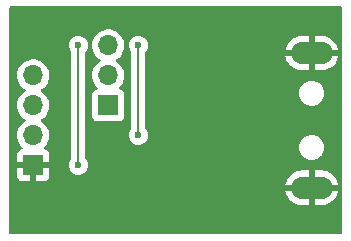
<source format=gbr>
%TF.GenerationSoftware,KiCad,Pcbnew,(6.0.0-0)*%
%TF.CreationDate,2021-12-29T11:26:30+08:00*%
%TF.ProjectId,HT42B534USB2UART,48543432-4235-4333-9455-534232554152,rev?*%
%TF.SameCoordinates,Original*%
%TF.FileFunction,Copper,L2,Bot*%
%TF.FilePolarity,Positive*%
%FSLAX46Y46*%
G04 Gerber Fmt 4.6, Leading zero omitted, Abs format (unit mm)*
G04 Created by KiCad (PCBNEW (6.0.0-0)) date 2021-12-29 11:26:30*
%MOMM*%
%LPD*%
G01*
G04 APERTURE LIST*
%TA.AperFunction,ComponentPad*%
%ADD10O,3.500000X1.900000*%
%TD*%
%TA.AperFunction,ComponentPad*%
%ADD11R,1.700000X1.700000*%
%TD*%
%TA.AperFunction,ComponentPad*%
%ADD12O,1.700000X1.700000*%
%TD*%
%TA.AperFunction,ViaPad*%
%ADD13C,0.600000*%
%TD*%
%TA.AperFunction,Conductor*%
%ADD14C,0.152400*%
%TD*%
G04 APERTURE END LIST*
D10*
%TO.P,J1,5*%
%TO.N,GND*%
X94700000Y-84470000D03*
X94700000Y-95870000D03*
%TD*%
D11*
%TO.P,J2,1*%
%TO.N,GND*%
X71120000Y-93980000D03*
D12*
%TO.P,J2,2*%
%TO.N,/RX*%
X71120000Y-91440000D03*
%TO.P,J2,3*%
%TO.N,/TX*%
X71120000Y-88900000D03*
%TO.P,J2,4*%
%TO.N,VDDA*%
X71120000Y-86360000D03*
%TD*%
D11*
%TO.P,J3,1*%
%TO.N,VDD*%
X77470000Y-88900000D03*
D12*
%TO.P,J3,2*%
%TO.N,VDDA*%
X77470000Y-86360000D03*
%TO.P,J3,3*%
%TO.N,/V33O*%
X77470000Y-83820000D03*
%TD*%
D13*
%TO.N,GND*%
X85090000Y-90170000D03*
X76200000Y-91440000D03*
%TO.N,VDDA*%
X74930000Y-93980000D03*
X74930000Y-83820000D03*
%TO.N,/V33O*%
X80010000Y-91440000D03*
X80010000Y-83820000D03*
%TD*%
D14*
%TO.N,VDDA*%
X74930000Y-93980000D02*
X74930000Y-83820000D01*
%TO.N,/V33O*%
X80010000Y-83820000D02*
X80010000Y-91440000D01*
%TD*%
%TA.AperFunction,Conductor*%
%TO.N,GND*%
G36*
X97224121Y-80538002D02*
G01*
X97270614Y-80591658D01*
X97282000Y-80644000D01*
X97282000Y-99696000D01*
X97261998Y-99764121D01*
X97208342Y-99810614D01*
X97156000Y-99822000D01*
X69214000Y-99822000D01*
X69145879Y-99801998D01*
X69099386Y-99748342D01*
X69088000Y-99696000D01*
X69088000Y-96142194D01*
X92466602Y-96142194D01*
X92476050Y-96203933D01*
X92478439Y-96213961D01*
X92549710Y-96432016D01*
X92553707Y-96441525D01*
X92659633Y-96645007D01*
X92665127Y-96653732D01*
X92802869Y-96837187D01*
X92809712Y-96844894D01*
X92975569Y-97003391D01*
X92983575Y-97009874D01*
X93173094Y-97139155D01*
X93182053Y-97144244D01*
X93390145Y-97240837D01*
X93399813Y-97244394D01*
X93620879Y-97305701D01*
X93630999Y-97307632D01*
X93818252Y-97327644D01*
X93824944Y-97328000D01*
X94427885Y-97328000D01*
X94443124Y-97323525D01*
X94444329Y-97322135D01*
X94446000Y-97314452D01*
X94446000Y-97309885D01*
X94954000Y-97309885D01*
X94958475Y-97325124D01*
X94959865Y-97326329D01*
X94967548Y-97328000D01*
X95558190Y-97328000D01*
X95563363Y-97327788D01*
X95733794Y-97313776D01*
X95743956Y-97312093D01*
X95966461Y-97256204D01*
X95976216Y-97252883D01*
X96186590Y-97161409D01*
X96195688Y-97156531D01*
X96388301Y-97031925D01*
X96396461Y-97025641D01*
X96566149Y-96871237D01*
X96573170Y-96863707D01*
X96715356Y-96683668D01*
X96721061Y-96675081D01*
X96831926Y-96474250D01*
X96836156Y-96464838D01*
X96912736Y-96248584D01*
X96915365Y-96238634D01*
X96932607Y-96141836D01*
X96931148Y-96128540D01*
X96916592Y-96124000D01*
X94972115Y-96124000D01*
X94956876Y-96128475D01*
X94955671Y-96129865D01*
X94954000Y-96137548D01*
X94954000Y-97309885D01*
X94446000Y-97309885D01*
X94446000Y-96142115D01*
X94441525Y-96126876D01*
X94440135Y-96125671D01*
X94432452Y-96124000D01*
X92481933Y-96124000D01*
X92468589Y-96127918D01*
X92466602Y-96142194D01*
X69088000Y-96142194D01*
X69088000Y-95598164D01*
X92467393Y-95598164D01*
X92468852Y-95611460D01*
X92483408Y-95616000D01*
X94427885Y-95616000D01*
X94443124Y-95611525D01*
X94444329Y-95610135D01*
X94446000Y-95602452D01*
X94446000Y-95597885D01*
X94954000Y-95597885D01*
X94958475Y-95613124D01*
X94959865Y-95614329D01*
X94967548Y-95616000D01*
X96918067Y-95616000D01*
X96931411Y-95612082D01*
X96933398Y-95597806D01*
X96923950Y-95536067D01*
X96921561Y-95526039D01*
X96850290Y-95307984D01*
X96846293Y-95298475D01*
X96740367Y-95094993D01*
X96734873Y-95086268D01*
X96597131Y-94902813D01*
X96590288Y-94895106D01*
X96424431Y-94736609D01*
X96416425Y-94730126D01*
X96226906Y-94600845D01*
X96217947Y-94595756D01*
X96009855Y-94499163D01*
X96000187Y-94495606D01*
X95779121Y-94434299D01*
X95769001Y-94432368D01*
X95581748Y-94412356D01*
X95575056Y-94412000D01*
X94972115Y-94412000D01*
X94956876Y-94416475D01*
X94955671Y-94417865D01*
X94954000Y-94425548D01*
X94954000Y-95597885D01*
X94446000Y-95597885D01*
X94446000Y-94430115D01*
X94441525Y-94414876D01*
X94440135Y-94413671D01*
X94432452Y-94412000D01*
X93841810Y-94412000D01*
X93836637Y-94412212D01*
X93666206Y-94426224D01*
X93656044Y-94427907D01*
X93433539Y-94483796D01*
X93423784Y-94487117D01*
X93213410Y-94578591D01*
X93204312Y-94583469D01*
X93011699Y-94708075D01*
X93003539Y-94714359D01*
X92833851Y-94868763D01*
X92826830Y-94876293D01*
X92684644Y-95056332D01*
X92678939Y-95064919D01*
X92568074Y-95265750D01*
X92563844Y-95275162D01*
X92487264Y-95491416D01*
X92484635Y-95501366D01*
X92467393Y-95598164D01*
X69088000Y-95598164D01*
X69088000Y-94874669D01*
X69762001Y-94874669D01*
X69762371Y-94881490D01*
X69767895Y-94932352D01*
X69771521Y-94947604D01*
X69816676Y-95068054D01*
X69825214Y-95083649D01*
X69901715Y-95185724D01*
X69914276Y-95198285D01*
X70016351Y-95274786D01*
X70031946Y-95283324D01*
X70152394Y-95328478D01*
X70167649Y-95332105D01*
X70218514Y-95337631D01*
X70225328Y-95338000D01*
X70847885Y-95338000D01*
X70863124Y-95333525D01*
X70864329Y-95332135D01*
X70866000Y-95324452D01*
X70866000Y-95319884D01*
X71374000Y-95319884D01*
X71378475Y-95335123D01*
X71379865Y-95336328D01*
X71387548Y-95337999D01*
X72014669Y-95337999D01*
X72021490Y-95337629D01*
X72072352Y-95332105D01*
X72087604Y-95328479D01*
X72208054Y-95283324D01*
X72223649Y-95274786D01*
X72325724Y-95198285D01*
X72338285Y-95185724D01*
X72414786Y-95083649D01*
X72423324Y-95068054D01*
X72468478Y-94947606D01*
X72472105Y-94932351D01*
X72477631Y-94881486D01*
X72478000Y-94874672D01*
X72478000Y-94252115D01*
X72473525Y-94236876D01*
X72472135Y-94235671D01*
X72464452Y-94234000D01*
X71392115Y-94234000D01*
X71376876Y-94238475D01*
X71375671Y-94239865D01*
X71374000Y-94247548D01*
X71374000Y-95319884D01*
X70866000Y-95319884D01*
X70866000Y-94252115D01*
X70861525Y-94236876D01*
X70860135Y-94235671D01*
X70852452Y-94234000D01*
X69780116Y-94234000D01*
X69764877Y-94238475D01*
X69763672Y-94239865D01*
X69762001Y-94247548D01*
X69762001Y-94874669D01*
X69088000Y-94874669D01*
X69088000Y-93968640D01*
X74116463Y-93968640D01*
X74134163Y-94149160D01*
X74191418Y-94321273D01*
X74195065Y-94327295D01*
X74195066Y-94327297D01*
X74257335Y-94430115D01*
X74285380Y-94476424D01*
X74411382Y-94606902D01*
X74563159Y-94706222D01*
X74569763Y-94708678D01*
X74569765Y-94708679D01*
X74726558Y-94766990D01*
X74726560Y-94766990D01*
X74733168Y-94769448D01*
X74816995Y-94780633D01*
X74905980Y-94792507D01*
X74905984Y-94792507D01*
X74912961Y-94793438D01*
X74919972Y-94792800D01*
X74919976Y-94792800D01*
X75062459Y-94779832D01*
X75093600Y-94776998D01*
X75100302Y-94774820D01*
X75100304Y-94774820D01*
X75259409Y-94723124D01*
X75259412Y-94723123D01*
X75266108Y-94720947D01*
X75421912Y-94628069D01*
X75553266Y-94502982D01*
X75653643Y-94351902D01*
X75697338Y-94236876D01*
X75715555Y-94188920D01*
X75715556Y-94188918D01*
X75718055Y-94182338D01*
X75719035Y-94175366D01*
X75742748Y-94006639D01*
X75742748Y-94006636D01*
X75743299Y-94002717D01*
X75743616Y-93980000D01*
X75723397Y-93799745D01*
X75721080Y-93793091D01*
X75666064Y-93635106D01*
X75666062Y-93635103D01*
X75663745Y-93628448D01*
X75567626Y-93474624D01*
X75551294Y-93458178D01*
X75517487Y-93395749D01*
X75514700Y-93369394D01*
X75514700Y-92462575D01*
X93636404Y-92462575D01*
X93655218Y-92669303D01*
X93656956Y-92675209D01*
X93656957Y-92675213D01*
X93678683Y-92749030D01*
X93713827Y-92868440D01*
X93809999Y-93052400D01*
X93940071Y-93214177D01*
X93944788Y-93218135D01*
X93944790Y-93218137D01*
X94048681Y-93305312D01*
X94099089Y-93347609D01*
X94104481Y-93350573D01*
X94104485Y-93350576D01*
X94275598Y-93444646D01*
X94280995Y-93447613D01*
X94478861Y-93510379D01*
X94484978Y-93511065D01*
X94484982Y-93511066D01*
X94561598Y-93519659D01*
X94640413Y-93528500D01*
X94752237Y-93528500D01*
X94755293Y-93528200D01*
X94755300Y-93528200D01*
X94900466Y-93513966D01*
X94900469Y-93513965D01*
X94906592Y-93513365D01*
X95044619Y-93471693D01*
X95099407Y-93455152D01*
X95099410Y-93455151D01*
X95105315Y-93453368D01*
X95112635Y-93449476D01*
X95283153Y-93358809D01*
X95283155Y-93358808D01*
X95288599Y-93355913D01*
X95348471Y-93307083D01*
X95444689Y-93228610D01*
X95444692Y-93228607D01*
X95449464Y-93224715D01*
X95581783Y-93064770D01*
X95585876Y-93057201D01*
X95677584Y-92887590D01*
X95677586Y-92887585D01*
X95680514Y-92882170D01*
X95741898Y-92683871D01*
X95742808Y-92675213D01*
X95762952Y-92483554D01*
X95762952Y-92483552D01*
X95763596Y-92477425D01*
X95744782Y-92270697D01*
X95742298Y-92262255D01*
X95687912Y-92077469D01*
X95686173Y-92071560D01*
X95590001Y-91887600D01*
X95459929Y-91725823D01*
X95447371Y-91715285D01*
X95328861Y-91615844D01*
X95300911Y-91592391D01*
X95295519Y-91589427D01*
X95295515Y-91589424D01*
X95124402Y-91495354D01*
X95119005Y-91492387D01*
X94921139Y-91429621D01*
X94915022Y-91428935D01*
X94915018Y-91428934D01*
X94838402Y-91420341D01*
X94759587Y-91411500D01*
X94647763Y-91411500D01*
X94644707Y-91411800D01*
X94644700Y-91411800D01*
X94499534Y-91426034D01*
X94499531Y-91426035D01*
X94493408Y-91426635D01*
X94387013Y-91458757D01*
X94300593Y-91484848D01*
X94300590Y-91484849D01*
X94294685Y-91486632D01*
X94289240Y-91489527D01*
X94289238Y-91489528D01*
X94116847Y-91581191D01*
X94116845Y-91581192D01*
X94111401Y-91584087D01*
X94072463Y-91615844D01*
X93955311Y-91711390D01*
X93955308Y-91711393D01*
X93950536Y-91715285D01*
X93946608Y-91720033D01*
X93946607Y-91720034D01*
X93890962Y-91787297D01*
X93818217Y-91875230D01*
X93815288Y-91880647D01*
X93815286Y-91880650D01*
X93722416Y-92052410D01*
X93722414Y-92052415D01*
X93719486Y-92057830D01*
X93658102Y-92256129D01*
X93657458Y-92262254D01*
X93657458Y-92262255D01*
X93641927Y-92410031D01*
X93636404Y-92462575D01*
X75514700Y-92462575D01*
X75514700Y-91428640D01*
X79196463Y-91428640D01*
X79214163Y-91609160D01*
X79271418Y-91781273D01*
X79275065Y-91787295D01*
X79275066Y-91787297D01*
X79332904Y-91882799D01*
X79365380Y-91936424D01*
X79491382Y-92066902D01*
X79507530Y-92077469D01*
X79606262Y-92142077D01*
X79643159Y-92166222D01*
X79649763Y-92168678D01*
X79649765Y-92168679D01*
X79806558Y-92226990D01*
X79806560Y-92226990D01*
X79813168Y-92229448D01*
X79896995Y-92240633D01*
X79985980Y-92252507D01*
X79985984Y-92252507D01*
X79992961Y-92253438D01*
X79999972Y-92252800D01*
X79999976Y-92252800D01*
X80142459Y-92239832D01*
X80173600Y-92236998D01*
X80180302Y-92234820D01*
X80180304Y-92234820D01*
X80339409Y-92183124D01*
X80339412Y-92183123D01*
X80346108Y-92180947D01*
X80501912Y-92088069D01*
X80633266Y-91962982D01*
X80733643Y-91811902D01*
X80798055Y-91642338D01*
X80799829Y-91629715D01*
X80822748Y-91466639D01*
X80822748Y-91466636D01*
X80823299Y-91462717D01*
X80823616Y-91440000D01*
X80803397Y-91259745D01*
X80801080Y-91253091D01*
X80746064Y-91095106D01*
X80746062Y-91095103D01*
X80743745Y-91088448D01*
X80647626Y-90934624D01*
X80631294Y-90918178D01*
X80597487Y-90855749D01*
X80594700Y-90829394D01*
X80594700Y-87862575D01*
X93636404Y-87862575D01*
X93637765Y-87877530D01*
X93653135Y-88046411D01*
X93655218Y-88069303D01*
X93656956Y-88075209D01*
X93656957Y-88075213D01*
X93700277Y-88222401D01*
X93713827Y-88268440D01*
X93809999Y-88452400D01*
X93813859Y-88457200D01*
X93813859Y-88457201D01*
X93823762Y-88469518D01*
X93940071Y-88614177D01*
X93944788Y-88618135D01*
X93944790Y-88618137D01*
X93976292Y-88644570D01*
X94099089Y-88747609D01*
X94104481Y-88750573D01*
X94104485Y-88750576D01*
X94275598Y-88844646D01*
X94280995Y-88847613D01*
X94478861Y-88910379D01*
X94484978Y-88911065D01*
X94484982Y-88911066D01*
X94561598Y-88919659D01*
X94640413Y-88928500D01*
X94752237Y-88928500D01*
X94755293Y-88928200D01*
X94755300Y-88928200D01*
X94900466Y-88913966D01*
X94900469Y-88913965D01*
X94906592Y-88913365D01*
X95078175Y-88861562D01*
X95099407Y-88855152D01*
X95099410Y-88855151D01*
X95105315Y-88853368D01*
X95112635Y-88849476D01*
X95283153Y-88758809D01*
X95283155Y-88758808D01*
X95288599Y-88755913D01*
X95348471Y-88707083D01*
X95444689Y-88628610D01*
X95444692Y-88628607D01*
X95449464Y-88624715D01*
X95581783Y-88464770D01*
X95586550Y-88455954D01*
X95677584Y-88287590D01*
X95677586Y-88287585D01*
X95680514Y-88282170D01*
X95741898Y-88083871D01*
X95743537Y-88068277D01*
X95762952Y-87883554D01*
X95762952Y-87883552D01*
X95763596Y-87877425D01*
X95748056Y-87706669D01*
X95745341Y-87676836D01*
X95745340Y-87676833D01*
X95744782Y-87670697D01*
X95742298Y-87662255D01*
X95687912Y-87477469D01*
X95686173Y-87471560D01*
X95590001Y-87287600D01*
X95459929Y-87125823D01*
X95447371Y-87115285D01*
X95305629Y-86996350D01*
X95300911Y-86992391D01*
X95295519Y-86989427D01*
X95295515Y-86989424D01*
X95124402Y-86895354D01*
X95119005Y-86892387D01*
X94921139Y-86829621D01*
X94915022Y-86828935D01*
X94915018Y-86828934D01*
X94838402Y-86820341D01*
X94759587Y-86811500D01*
X94647763Y-86811500D01*
X94644707Y-86811800D01*
X94644700Y-86811800D01*
X94499534Y-86826034D01*
X94499531Y-86826035D01*
X94493408Y-86826635D01*
X94376898Y-86861811D01*
X94300593Y-86884848D01*
X94300590Y-86884849D01*
X94294685Y-86886632D01*
X94289240Y-86889527D01*
X94289238Y-86889528D01*
X94116847Y-86981191D01*
X94116845Y-86981192D01*
X94111401Y-86984087D01*
X94096365Y-86996350D01*
X93955311Y-87111390D01*
X93955308Y-87111393D01*
X93950536Y-87115285D01*
X93818217Y-87275230D01*
X93815288Y-87280647D01*
X93815286Y-87280650D01*
X93722416Y-87452410D01*
X93722414Y-87452415D01*
X93719486Y-87457830D01*
X93658102Y-87656129D01*
X93657458Y-87662254D01*
X93657458Y-87662255D01*
X93646702Y-87764598D01*
X93636404Y-87862575D01*
X80594700Y-87862575D01*
X80594700Y-84742194D01*
X92466602Y-84742194D01*
X92476050Y-84803933D01*
X92478439Y-84813961D01*
X92549710Y-85032016D01*
X92553707Y-85041525D01*
X92659633Y-85245007D01*
X92665127Y-85253732D01*
X92802869Y-85437187D01*
X92809712Y-85444894D01*
X92975569Y-85603391D01*
X92983575Y-85609874D01*
X93173094Y-85739155D01*
X93182053Y-85744244D01*
X93390145Y-85840837D01*
X93399813Y-85844394D01*
X93620879Y-85905701D01*
X93630999Y-85907632D01*
X93818252Y-85927644D01*
X93824944Y-85928000D01*
X94427885Y-85928000D01*
X94443124Y-85923525D01*
X94444329Y-85922135D01*
X94446000Y-85914452D01*
X94446000Y-85909885D01*
X94954000Y-85909885D01*
X94958475Y-85925124D01*
X94959865Y-85926329D01*
X94967548Y-85928000D01*
X95558190Y-85928000D01*
X95563363Y-85927788D01*
X95733794Y-85913776D01*
X95743956Y-85912093D01*
X95966461Y-85856204D01*
X95976216Y-85852883D01*
X96186590Y-85761409D01*
X96195688Y-85756531D01*
X96388301Y-85631925D01*
X96396461Y-85625641D01*
X96566149Y-85471237D01*
X96573170Y-85463707D01*
X96715356Y-85283668D01*
X96721061Y-85275081D01*
X96831926Y-85074250D01*
X96836156Y-85064838D01*
X96912736Y-84848584D01*
X96915365Y-84838634D01*
X96932607Y-84741836D01*
X96931148Y-84728540D01*
X96916592Y-84724000D01*
X94972115Y-84724000D01*
X94956876Y-84728475D01*
X94955671Y-84729865D01*
X94954000Y-84737548D01*
X94954000Y-85909885D01*
X94446000Y-85909885D01*
X94446000Y-84742115D01*
X94441525Y-84726876D01*
X94440135Y-84725671D01*
X94432452Y-84724000D01*
X92481933Y-84724000D01*
X92468589Y-84727918D01*
X92466602Y-84742194D01*
X80594700Y-84742194D01*
X80594700Y-84433582D01*
X80614702Y-84365461D01*
X80624177Y-84352592D01*
X80628163Y-84347841D01*
X80633266Y-84342982D01*
X80650624Y-84316857D01*
X80717632Y-84216000D01*
X80729482Y-84198164D01*
X92467393Y-84198164D01*
X92468852Y-84211460D01*
X92483408Y-84216000D01*
X94427885Y-84216000D01*
X94443124Y-84211525D01*
X94444329Y-84210135D01*
X94446000Y-84202452D01*
X94446000Y-84197885D01*
X94954000Y-84197885D01*
X94958475Y-84213124D01*
X94959865Y-84214329D01*
X94967548Y-84216000D01*
X96918067Y-84216000D01*
X96931411Y-84212082D01*
X96933398Y-84197806D01*
X96923950Y-84136067D01*
X96921561Y-84126039D01*
X96850290Y-83907984D01*
X96846293Y-83898475D01*
X96740367Y-83694993D01*
X96734873Y-83686268D01*
X96597131Y-83502813D01*
X96590288Y-83495106D01*
X96424431Y-83336609D01*
X96416425Y-83330126D01*
X96226906Y-83200845D01*
X96217947Y-83195756D01*
X96009855Y-83099163D01*
X96000187Y-83095606D01*
X95779121Y-83034299D01*
X95769001Y-83032368D01*
X95581748Y-83012356D01*
X95575056Y-83012000D01*
X94972115Y-83012000D01*
X94956876Y-83016475D01*
X94955671Y-83017865D01*
X94954000Y-83025548D01*
X94954000Y-84197885D01*
X94446000Y-84197885D01*
X94446000Y-83030115D01*
X94441525Y-83014876D01*
X94440135Y-83013671D01*
X94432452Y-83012000D01*
X93841810Y-83012000D01*
X93836637Y-83012212D01*
X93666206Y-83026224D01*
X93656044Y-83027907D01*
X93433539Y-83083796D01*
X93423784Y-83087117D01*
X93213410Y-83178591D01*
X93204312Y-83183469D01*
X93011699Y-83308075D01*
X93003539Y-83314359D01*
X92833851Y-83468763D01*
X92826830Y-83476293D01*
X92684644Y-83656332D01*
X92678939Y-83664919D01*
X92568074Y-83865750D01*
X92563844Y-83875162D01*
X92487264Y-84091416D01*
X92484635Y-84101366D01*
X92467393Y-84198164D01*
X80729482Y-84198164D01*
X80733643Y-84191902D01*
X80798055Y-84022338D01*
X80799829Y-84009715D01*
X80822748Y-83846639D01*
X80822748Y-83846636D01*
X80823299Y-83842717D01*
X80823616Y-83820000D01*
X80803397Y-83639745D01*
X80801080Y-83633091D01*
X80746064Y-83475106D01*
X80746062Y-83475103D01*
X80743745Y-83468448D01*
X80647626Y-83314624D01*
X80633941Y-83300843D01*
X80524778Y-83190915D01*
X80524774Y-83190912D01*
X80519815Y-83185918D01*
X80511420Y-83180590D01*
X80451243Y-83142401D01*
X80366666Y-83088727D01*
X80337463Y-83078328D01*
X80202425Y-83030243D01*
X80202420Y-83030242D01*
X80195790Y-83027881D01*
X80188802Y-83027048D01*
X80188799Y-83027047D01*
X80062609Y-83012000D01*
X80015680Y-83006404D01*
X80008677Y-83007140D01*
X80008676Y-83007140D01*
X79842288Y-83024628D01*
X79842286Y-83024629D01*
X79835288Y-83025364D01*
X79663579Y-83083818D01*
X79601109Y-83122250D01*
X79515095Y-83175166D01*
X79515092Y-83175168D01*
X79509088Y-83178862D01*
X79504053Y-83183793D01*
X79504050Y-83183795D01*
X79384525Y-83300843D01*
X79379493Y-83305771D01*
X79281235Y-83458238D01*
X79278826Y-83464858D01*
X79278824Y-83464861D01*
X79221606Y-83622066D01*
X79219197Y-83628685D01*
X79196463Y-83808640D01*
X79214163Y-83989160D01*
X79271418Y-84161273D01*
X79275065Y-84167295D01*
X79275066Y-84167297D01*
X79304562Y-84216000D01*
X79365380Y-84316424D01*
X79370270Y-84321488D01*
X79370271Y-84321489D01*
X79389938Y-84341855D01*
X79422869Y-84404752D01*
X79425300Y-84429381D01*
X79425300Y-90827948D01*
X79405298Y-90896069D01*
X79387458Y-90917971D01*
X79379493Y-90925771D01*
X79281235Y-91078238D01*
X79278826Y-91084858D01*
X79278824Y-91084861D01*
X79221606Y-91242066D01*
X79219197Y-91248685D01*
X79196463Y-91428640D01*
X75514700Y-91428640D01*
X75514700Y-86326695D01*
X76107251Y-86326695D01*
X76107548Y-86331848D01*
X76107548Y-86331851D01*
X76113011Y-86426590D01*
X76120110Y-86549715D01*
X76121247Y-86554761D01*
X76121248Y-86554767D01*
X76141119Y-86642939D01*
X76169222Y-86767639D01*
X76253266Y-86974616D01*
X76369987Y-87165088D01*
X76516250Y-87333938D01*
X76520230Y-87337242D01*
X76524981Y-87341187D01*
X76564616Y-87400090D01*
X76566113Y-87471071D01*
X76528997Y-87531593D01*
X76488725Y-87556112D01*
X76400095Y-87589338D01*
X76373295Y-87599385D01*
X76256739Y-87686739D01*
X76169385Y-87803295D01*
X76118255Y-87939684D01*
X76111500Y-88001866D01*
X76111500Y-89798134D01*
X76118255Y-89860316D01*
X76169385Y-89996705D01*
X76256739Y-90113261D01*
X76373295Y-90200615D01*
X76509684Y-90251745D01*
X76571866Y-90258500D01*
X78368134Y-90258500D01*
X78430316Y-90251745D01*
X78566705Y-90200615D01*
X78683261Y-90113261D01*
X78770615Y-89996705D01*
X78821745Y-89860316D01*
X78828500Y-89798134D01*
X78828500Y-88001866D01*
X78821745Y-87939684D01*
X78770615Y-87803295D01*
X78683261Y-87686739D01*
X78566705Y-87599385D01*
X78539905Y-87589338D01*
X78448203Y-87554960D01*
X78391439Y-87512318D01*
X78366739Y-87445756D01*
X78381947Y-87376408D01*
X78403493Y-87347727D01*
X78458351Y-87293060D01*
X78508096Y-87243489D01*
X78567594Y-87160689D01*
X78635435Y-87066277D01*
X78638453Y-87062077D01*
X78675072Y-86987985D01*
X78735136Y-86866453D01*
X78735137Y-86866451D01*
X78737430Y-86861811D01*
X78802370Y-86648069D01*
X78831529Y-86426590D01*
X78833156Y-86360000D01*
X78814852Y-86137361D01*
X78760431Y-85920702D01*
X78671354Y-85715840D01*
X78613002Y-85625641D01*
X78552822Y-85532617D01*
X78552820Y-85532614D01*
X78550014Y-85528277D01*
X78399670Y-85363051D01*
X78395619Y-85359852D01*
X78395615Y-85359848D01*
X78228414Y-85227800D01*
X78228410Y-85227798D01*
X78224359Y-85224598D01*
X78183053Y-85201796D01*
X78133084Y-85151364D01*
X78118312Y-85081921D01*
X78143428Y-85015516D01*
X78170780Y-84988909D01*
X78214603Y-84957650D01*
X78349860Y-84861173D01*
X78508096Y-84703489D01*
X78567594Y-84620689D01*
X78635435Y-84526277D01*
X78638453Y-84522077D01*
X78729869Y-84337111D01*
X78735136Y-84326453D01*
X78735137Y-84326451D01*
X78737430Y-84321811D01*
X78802370Y-84108069D01*
X78831529Y-83886590D01*
X78833156Y-83820000D01*
X78814852Y-83597361D01*
X78760431Y-83380702D01*
X78671354Y-83175840D01*
X78614212Y-83087512D01*
X78552822Y-82992617D01*
X78552820Y-82992614D01*
X78550014Y-82988277D01*
X78399670Y-82823051D01*
X78395619Y-82819852D01*
X78395615Y-82819848D01*
X78228414Y-82687800D01*
X78228410Y-82687798D01*
X78224359Y-82684598D01*
X78028789Y-82576638D01*
X78023920Y-82574914D01*
X78023916Y-82574912D01*
X77823087Y-82503795D01*
X77823083Y-82503794D01*
X77818212Y-82502069D01*
X77813119Y-82501162D01*
X77813116Y-82501161D01*
X77603373Y-82463800D01*
X77603367Y-82463799D01*
X77598284Y-82462894D01*
X77524452Y-82461992D01*
X77380081Y-82460228D01*
X77380079Y-82460228D01*
X77374911Y-82460165D01*
X77154091Y-82493955D01*
X76941756Y-82563357D01*
X76743607Y-82666507D01*
X76739474Y-82669610D01*
X76739471Y-82669612D01*
X76715247Y-82687800D01*
X76564965Y-82800635D01*
X76410629Y-82962138D01*
X76407715Y-82966410D01*
X76407714Y-82966411D01*
X76366351Y-83027047D01*
X76284743Y-83146680D01*
X76264210Y-83190915D01*
X76199591Y-83330126D01*
X76190688Y-83349305D01*
X76130989Y-83564570D01*
X76107251Y-83786695D01*
X76107548Y-83791848D01*
X76107548Y-83791851D01*
X76113011Y-83886590D01*
X76120110Y-84009715D01*
X76121247Y-84014761D01*
X76121248Y-84014767D01*
X76124438Y-84028920D01*
X76169222Y-84227639D01*
X76207330Y-84321489D01*
X76241140Y-84404752D01*
X76253266Y-84434616D01*
X76369987Y-84625088D01*
X76516250Y-84793938D01*
X76688126Y-84936632D01*
X76758595Y-84977811D01*
X76761445Y-84979476D01*
X76810169Y-85031114D01*
X76823240Y-85100897D01*
X76796509Y-85166669D01*
X76756055Y-85200027D01*
X76743607Y-85206507D01*
X76739474Y-85209610D01*
X76739471Y-85209612D01*
X76640838Y-85283668D01*
X76564965Y-85340635D01*
X76561393Y-85344373D01*
X76447355Y-85463707D01*
X76410629Y-85502138D01*
X76284743Y-85686680D01*
X76190688Y-85889305D01*
X76130989Y-86104570D01*
X76107251Y-86326695D01*
X75514700Y-86326695D01*
X75514700Y-84433582D01*
X75534702Y-84365461D01*
X75544177Y-84352592D01*
X75548163Y-84347841D01*
X75553266Y-84342982D01*
X75570624Y-84316857D01*
X75637632Y-84216000D01*
X75653643Y-84191902D01*
X75718055Y-84022338D01*
X75719829Y-84009715D01*
X75742748Y-83846639D01*
X75742748Y-83846636D01*
X75743299Y-83842717D01*
X75743616Y-83820000D01*
X75723397Y-83639745D01*
X75721080Y-83633091D01*
X75666064Y-83475106D01*
X75666062Y-83475103D01*
X75663745Y-83468448D01*
X75567626Y-83314624D01*
X75553941Y-83300843D01*
X75444778Y-83190915D01*
X75444774Y-83190912D01*
X75439815Y-83185918D01*
X75431420Y-83180590D01*
X75371243Y-83142401D01*
X75286666Y-83088727D01*
X75257463Y-83078328D01*
X75122425Y-83030243D01*
X75122420Y-83030242D01*
X75115790Y-83027881D01*
X75108802Y-83027048D01*
X75108799Y-83027047D01*
X74982609Y-83012000D01*
X74935680Y-83006404D01*
X74928677Y-83007140D01*
X74928676Y-83007140D01*
X74762288Y-83024628D01*
X74762286Y-83024629D01*
X74755288Y-83025364D01*
X74583579Y-83083818D01*
X74521109Y-83122250D01*
X74435095Y-83175166D01*
X74435092Y-83175168D01*
X74429088Y-83178862D01*
X74424053Y-83183793D01*
X74424050Y-83183795D01*
X74304525Y-83300843D01*
X74299493Y-83305771D01*
X74201235Y-83458238D01*
X74198826Y-83464858D01*
X74198824Y-83464861D01*
X74141606Y-83622066D01*
X74139197Y-83628685D01*
X74116463Y-83808640D01*
X74134163Y-83989160D01*
X74191418Y-84161273D01*
X74195065Y-84167295D01*
X74195066Y-84167297D01*
X74224562Y-84216000D01*
X74285380Y-84316424D01*
X74290270Y-84321488D01*
X74290271Y-84321489D01*
X74309938Y-84341855D01*
X74342869Y-84404752D01*
X74345300Y-84429381D01*
X74345300Y-93367948D01*
X74325298Y-93436069D01*
X74307458Y-93457971D01*
X74299493Y-93465771D01*
X74201235Y-93618238D01*
X74198826Y-93624858D01*
X74198824Y-93624861D01*
X74141606Y-93782066D01*
X74139197Y-93788685D01*
X74116463Y-93968640D01*
X69088000Y-93968640D01*
X69088000Y-91406695D01*
X69757251Y-91406695D01*
X69757548Y-91411848D01*
X69757548Y-91411851D01*
X69763011Y-91506590D01*
X69770110Y-91629715D01*
X69771247Y-91634761D01*
X69771248Y-91634767D01*
X69790877Y-91721863D01*
X69819222Y-91847639D01*
X69903266Y-92054616D01*
X69905965Y-92059020D01*
X70008897Y-92226990D01*
X70019987Y-92245088D01*
X70166250Y-92413938D01*
X70170225Y-92417238D01*
X70170231Y-92417244D01*
X70175425Y-92421556D01*
X70215059Y-92480460D01*
X70216555Y-92551441D01*
X70179439Y-92611962D01*
X70139168Y-92636480D01*
X70031946Y-92676676D01*
X70016351Y-92685214D01*
X69914276Y-92761715D01*
X69901715Y-92774276D01*
X69825214Y-92876351D01*
X69816676Y-92891946D01*
X69771522Y-93012394D01*
X69767895Y-93027649D01*
X69762369Y-93078514D01*
X69762000Y-93085328D01*
X69762000Y-93707885D01*
X69766475Y-93723124D01*
X69767865Y-93724329D01*
X69775548Y-93726000D01*
X72459884Y-93726000D01*
X72475123Y-93721525D01*
X72476328Y-93720135D01*
X72477999Y-93712452D01*
X72477999Y-93085331D01*
X72477629Y-93078510D01*
X72472105Y-93027648D01*
X72468479Y-93012396D01*
X72423324Y-92891946D01*
X72414786Y-92876351D01*
X72338285Y-92774276D01*
X72325724Y-92761715D01*
X72223649Y-92685214D01*
X72208054Y-92676676D01*
X72097813Y-92635348D01*
X72041049Y-92592706D01*
X72016349Y-92526145D01*
X72031557Y-92456796D01*
X72053104Y-92428115D01*
X72154430Y-92327144D01*
X72154440Y-92327132D01*
X72158096Y-92323489D01*
X72191620Y-92276836D01*
X72285435Y-92146277D01*
X72288453Y-92142077D01*
X72315146Y-92088069D01*
X72385136Y-91946453D01*
X72385137Y-91946451D01*
X72387430Y-91941811D01*
X72452370Y-91728069D01*
X72481529Y-91506590D01*
X72483156Y-91440000D01*
X72464852Y-91217361D01*
X72410431Y-91000702D01*
X72321354Y-90795840D01*
X72200014Y-90608277D01*
X72049670Y-90443051D01*
X72045619Y-90439852D01*
X72045615Y-90439848D01*
X71878414Y-90307800D01*
X71878410Y-90307798D01*
X71874359Y-90304598D01*
X71833053Y-90281796D01*
X71783084Y-90231364D01*
X71768312Y-90161921D01*
X71793428Y-90095516D01*
X71820780Y-90068909D01*
X71864603Y-90037650D01*
X71999860Y-89941173D01*
X72158096Y-89783489D01*
X72217594Y-89700689D01*
X72285435Y-89606277D01*
X72288453Y-89602077D01*
X72387430Y-89401811D01*
X72452370Y-89188069D01*
X72481529Y-88966590D01*
X72482815Y-88913966D01*
X72483074Y-88903365D01*
X72483074Y-88903361D01*
X72483156Y-88900000D01*
X72464852Y-88677361D01*
X72410431Y-88460702D01*
X72321354Y-88255840D01*
X72281906Y-88194862D01*
X72202822Y-88072617D01*
X72202820Y-88072614D01*
X72200014Y-88068277D01*
X72049670Y-87903051D01*
X72045619Y-87899852D01*
X72045615Y-87899848D01*
X71878414Y-87767800D01*
X71878410Y-87767798D01*
X71874359Y-87764598D01*
X71833053Y-87741796D01*
X71783084Y-87691364D01*
X71768312Y-87621921D01*
X71793428Y-87555516D01*
X71820780Y-87528909D01*
X71864603Y-87497650D01*
X71999860Y-87401173D01*
X72158096Y-87243489D01*
X72217594Y-87160689D01*
X72285435Y-87066277D01*
X72288453Y-87062077D01*
X72325072Y-86987985D01*
X72385136Y-86866453D01*
X72385137Y-86866451D01*
X72387430Y-86861811D01*
X72452370Y-86648069D01*
X72481529Y-86426590D01*
X72483156Y-86360000D01*
X72464852Y-86137361D01*
X72410431Y-85920702D01*
X72321354Y-85715840D01*
X72263002Y-85625641D01*
X72202822Y-85532617D01*
X72202820Y-85532614D01*
X72200014Y-85528277D01*
X72049670Y-85363051D01*
X72045619Y-85359852D01*
X72045615Y-85359848D01*
X71878414Y-85227800D01*
X71878410Y-85227798D01*
X71874359Y-85224598D01*
X71678789Y-85116638D01*
X71673920Y-85114914D01*
X71673916Y-85114912D01*
X71473087Y-85043795D01*
X71473083Y-85043794D01*
X71468212Y-85042069D01*
X71463119Y-85041162D01*
X71463116Y-85041161D01*
X71253373Y-85003800D01*
X71253367Y-85003799D01*
X71248284Y-85002894D01*
X71174452Y-85001992D01*
X71030081Y-85000228D01*
X71030079Y-85000228D01*
X71024911Y-85000165D01*
X70804091Y-85033955D01*
X70591756Y-85103357D01*
X70393607Y-85206507D01*
X70389474Y-85209610D01*
X70389471Y-85209612D01*
X70290838Y-85283668D01*
X70214965Y-85340635D01*
X70211393Y-85344373D01*
X70097355Y-85463707D01*
X70060629Y-85502138D01*
X69934743Y-85686680D01*
X69840688Y-85889305D01*
X69780989Y-86104570D01*
X69757251Y-86326695D01*
X69757548Y-86331848D01*
X69757548Y-86331851D01*
X69763011Y-86426590D01*
X69770110Y-86549715D01*
X69771247Y-86554761D01*
X69771248Y-86554767D01*
X69791119Y-86642939D01*
X69819222Y-86767639D01*
X69903266Y-86974616D01*
X70019987Y-87165088D01*
X70166250Y-87333938D01*
X70338126Y-87476632D01*
X70399196Y-87512318D01*
X70411445Y-87519476D01*
X70460169Y-87571114D01*
X70473240Y-87640897D01*
X70446509Y-87706669D01*
X70406055Y-87740027D01*
X70393607Y-87746507D01*
X70389474Y-87749610D01*
X70389471Y-87749612D01*
X70227418Y-87871285D01*
X70214965Y-87880635D01*
X70060629Y-88042138D01*
X70057715Y-88046410D01*
X70057714Y-88046411D01*
X70032161Y-88083871D01*
X69934743Y-88226680D01*
X69840688Y-88429305D01*
X69780989Y-88644570D01*
X69757251Y-88866695D01*
X69757548Y-88871848D01*
X69757548Y-88871851D01*
X69763011Y-88966590D01*
X69770110Y-89089715D01*
X69771247Y-89094761D01*
X69771248Y-89094767D01*
X69791119Y-89182939D01*
X69819222Y-89307639D01*
X69903266Y-89514616D01*
X70019987Y-89705088D01*
X70166250Y-89873938D01*
X70338126Y-90016632D01*
X70408595Y-90057811D01*
X70411445Y-90059476D01*
X70460169Y-90111114D01*
X70473240Y-90180897D01*
X70446509Y-90246669D01*
X70406055Y-90280027D01*
X70393607Y-90286507D01*
X70389474Y-90289610D01*
X70389471Y-90289612D01*
X70365247Y-90307800D01*
X70214965Y-90420635D01*
X70060629Y-90582138D01*
X69934743Y-90766680D01*
X69840688Y-90969305D01*
X69780989Y-91184570D01*
X69757251Y-91406695D01*
X69088000Y-91406695D01*
X69088000Y-80644000D01*
X69108002Y-80575879D01*
X69161658Y-80529386D01*
X69214000Y-80518000D01*
X97156000Y-80518000D01*
X97224121Y-80538002D01*
G37*
%TD.AperFunction*%
%TD*%
M02*

</source>
